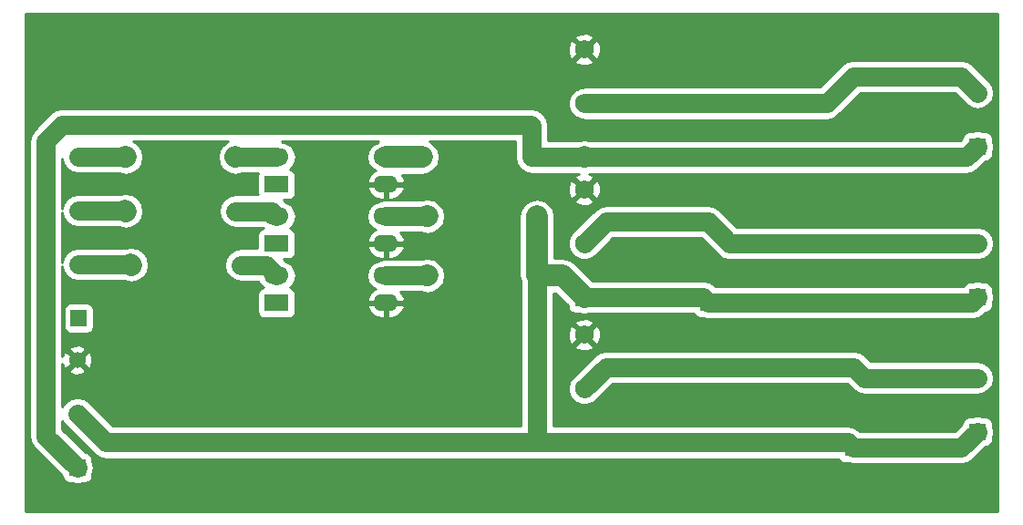
<source format=gbr>
G04 #@! TF.FileFunction,Copper,L1,Top,Signal*
%FSLAX46Y46*%
G04 Gerber Fmt 4.6, Leading zero omitted, Abs format (unit mm)*
G04 Created by KiCad (PCBNEW 4.0.7-e1-6374~58~ubuntu14.04.1) date Fri Aug 18 20:16:30 2017*
%MOMM*%
%LPD*%
G01*
G04 APERTURE LIST*
%ADD10C,0.100000*%
%ADD11C,1.524000*%
%ADD12R,1.562100X1.562100*%
%ADD13C,1.562100*%
%ADD14R,1.524000X1.524000*%
%ADD15R,1.750000X1.750000*%
%ADD16C,1.750000*%
%ADD17R,2.286000X1.574800*%
%ADD18O,2.286000X1.574800*%
%ADD19C,1.800000*%
%ADD20C,2.000000*%
%ADD21C,0.254000*%
G04 APERTURE END LIST*
D10*
D11*
X167580000Y-140500000D03*
X157420000Y-140500000D03*
X167580000Y-145500000D03*
X157420000Y-145500000D03*
X168080000Y-150500000D03*
X157920000Y-150500000D03*
X184920000Y-140500000D03*
X195080000Y-140500000D03*
X185420000Y-146000000D03*
X195580000Y-146000000D03*
X185420000Y-151500000D03*
X195580000Y-151500000D03*
D12*
X225000000Y-140493000D03*
D13*
X225000000Y-133000000D03*
D12*
X211500000Y-153993000D03*
D13*
X211500000Y-146500000D03*
D12*
X225000000Y-167493000D03*
D13*
X225000000Y-160000000D03*
D14*
X236500000Y-166000000D03*
D11*
X236500000Y-161000000D03*
D14*
X236500000Y-139500000D03*
D11*
X236500000Y-134500000D03*
D14*
X236500000Y-153500000D03*
D11*
X236500000Y-148500000D03*
D14*
X153035000Y-155455000D03*
D11*
X153035000Y-150455000D03*
X153035000Y-145455000D03*
X153035000Y-140455000D03*
D14*
X152908000Y-169338000D03*
D11*
X152908000Y-164338000D03*
X152908000Y-159338000D03*
D15*
X200000000Y-140500000D03*
D16*
X200000000Y-135500000D03*
X200000000Y-130500000D03*
D15*
X200000000Y-153500000D03*
D16*
X200000000Y-148500000D03*
X200000000Y-143500000D03*
D15*
X200000000Y-167000000D03*
D16*
X200000000Y-162000000D03*
X200000000Y-157000000D03*
D17*
X171420000Y-154020000D03*
D18*
X171420000Y-151480000D03*
X181580000Y-151480000D03*
X181580000Y-154020000D03*
D17*
X171420000Y-148520000D03*
D18*
X171420000Y-145980000D03*
X181580000Y-145980000D03*
X181580000Y-148520000D03*
D17*
X171420000Y-143020000D03*
D18*
X171420000Y-140480000D03*
X181580000Y-140480000D03*
X181580000Y-143020000D03*
D19*
X211500000Y-146500000D02*
X202000000Y-146500000D01*
X202000000Y-146500000D02*
X200000000Y-148500000D01*
X236500000Y-148500000D02*
X213500000Y-148500000D01*
X213500000Y-148500000D02*
X211500000Y-146500000D01*
X181580000Y-151480000D02*
X185400000Y-151480000D01*
D20*
X185400000Y-151480000D02*
X185420000Y-151500000D01*
D19*
X195580000Y-151500000D02*
X195580000Y-167000000D01*
X200000000Y-167000000D02*
X195580000Y-167000000D01*
X195580000Y-167000000D02*
X155570000Y-167000000D01*
X155570000Y-167000000D02*
X152908000Y-164338000D01*
X200000000Y-167000000D02*
X224507000Y-167000000D01*
X224507000Y-167000000D02*
X225000000Y-167493000D01*
X225000000Y-167493000D02*
X235007000Y-167493000D01*
X235007000Y-167493000D02*
X236500000Y-166000000D01*
X211500000Y-153993000D02*
X236007000Y-153993000D01*
X236007000Y-153993000D02*
X236500000Y-153500000D01*
X200000000Y-153500000D02*
X211007000Y-153500000D01*
X211007000Y-153500000D02*
X211500000Y-153993000D01*
D20*
X195580000Y-151500000D02*
X198000000Y-151500000D01*
X198000000Y-151500000D02*
X200000000Y-153500000D01*
X195580000Y-146000000D02*
X195580000Y-151500000D01*
D19*
X225000000Y-140493000D02*
X235507000Y-140493000D01*
X235507000Y-140493000D02*
X236500000Y-139500000D01*
X200000000Y-140500000D02*
X224993000Y-140500000D01*
X224993000Y-140500000D02*
X225000000Y-140493000D01*
X195080000Y-140500000D02*
X195080000Y-137580000D01*
X150000000Y-166430000D02*
X152908000Y-169338000D01*
X150000000Y-139000000D02*
X150000000Y-166430000D01*
X151500000Y-137500000D02*
X150000000Y-139000000D01*
X195000000Y-137500000D02*
X151500000Y-137500000D01*
X195080000Y-137580000D02*
X195000000Y-137500000D01*
X195080000Y-140500000D02*
X200000000Y-140500000D01*
D20*
X200007000Y-140493000D02*
X200000000Y-140500000D01*
D19*
X153035000Y-150455000D02*
X157875000Y-150455000D01*
D20*
X157875000Y-150455000D02*
X157920000Y-150500000D01*
D19*
X153035000Y-145455000D02*
X157375000Y-145455000D01*
D20*
X157375000Y-145455000D02*
X157420000Y-145500000D01*
D19*
X153035000Y-140455000D02*
X157375000Y-140455000D01*
D20*
X157375000Y-140455000D02*
X157420000Y-140500000D01*
D19*
X225000000Y-160000000D02*
X202000000Y-160000000D01*
X202000000Y-160000000D02*
X200000000Y-162000000D01*
X236500000Y-161000000D02*
X226000000Y-161000000D01*
X226000000Y-161000000D02*
X225000000Y-160000000D01*
X225000000Y-133000000D02*
X235000000Y-133000000D01*
X235000000Y-133000000D02*
X236500000Y-134500000D01*
X200000000Y-135500000D02*
X222500000Y-135500000D01*
X222500000Y-135500000D02*
X225000000Y-133000000D01*
X167580000Y-145500000D02*
X170940000Y-145500000D01*
X170940000Y-145500000D02*
X171420000Y-145980000D01*
X168080000Y-150500000D02*
X170440000Y-150500000D01*
X170440000Y-150500000D02*
X171420000Y-151480000D01*
X171420000Y-140480000D02*
X167600000Y-140480000D01*
D20*
X167600000Y-140480000D02*
X167580000Y-140500000D01*
X181580000Y-140480000D02*
X184900000Y-140480000D01*
X184900000Y-140480000D02*
X184920000Y-140500000D01*
D19*
X181580000Y-145980000D02*
X185400000Y-145980000D01*
D20*
X185400000Y-145980000D02*
X185420000Y-146000000D01*
D21*
G36*
X238373000Y-173373000D02*
X148127000Y-173373000D01*
X148127000Y-139000000D01*
X148465000Y-139000000D01*
X148465000Y-166430000D01*
X148581845Y-167017419D01*
X148914591Y-167515409D01*
X151498560Y-170099378D01*
X151498560Y-170100000D01*
X151542838Y-170335317D01*
X151681910Y-170551441D01*
X151894110Y-170696431D01*
X152146000Y-170747440D01*
X152307538Y-170747440D01*
X152320581Y-170756155D01*
X152908000Y-170873000D01*
X153495419Y-170756155D01*
X153508462Y-170747440D01*
X153670000Y-170747440D01*
X153905317Y-170703162D01*
X154121441Y-170564090D01*
X154266431Y-170351890D01*
X154317440Y-170100000D01*
X154317440Y-169938462D01*
X154326155Y-169925419D01*
X154443000Y-169338000D01*
X154326155Y-168750581D01*
X154317440Y-168737538D01*
X154317440Y-168576000D01*
X154273162Y-168340683D01*
X154134090Y-168124559D01*
X153921890Y-167979569D01*
X153670000Y-167928560D01*
X153669378Y-167928560D01*
X151535000Y-165794182D01*
X151535000Y-164992998D01*
X151822591Y-165423409D01*
X154484591Y-168085409D01*
X154982581Y-168418155D01*
X155570000Y-168535000D01*
X223632282Y-168535000D01*
X223754860Y-168725491D01*
X223967060Y-168870481D01*
X224218950Y-168921490D01*
X224464539Y-168921490D01*
X225000000Y-169028000D01*
X235007000Y-169028000D01*
X235594419Y-168911155D01*
X236092409Y-168578409D01*
X237261378Y-167409440D01*
X237262000Y-167409440D01*
X237497317Y-167365162D01*
X237713441Y-167226090D01*
X237858431Y-167013890D01*
X237909440Y-166762000D01*
X237909440Y-166600462D01*
X237918155Y-166587419D01*
X238035000Y-166000000D01*
X237918155Y-165412581D01*
X237909440Y-165399538D01*
X237909440Y-165238000D01*
X237865162Y-165002683D01*
X237726090Y-164786559D01*
X237513890Y-164641569D01*
X237262000Y-164590560D01*
X237100462Y-164590560D01*
X237087419Y-164581845D01*
X236500000Y-164465000D01*
X235912581Y-164581845D01*
X235899538Y-164590560D01*
X235738000Y-164590560D01*
X235502683Y-164634838D01*
X235286559Y-164773910D01*
X235141569Y-164986110D01*
X235090560Y-165238000D01*
X235090560Y-165238622D01*
X234371182Y-165958000D01*
X225635818Y-165958000D01*
X225592409Y-165914591D01*
X225094419Y-165581845D01*
X224507000Y-165465000D01*
X197115000Y-165465000D01*
X197115000Y-162000000D01*
X198465000Y-162000000D01*
X198489890Y-162125129D01*
X198489738Y-162299040D01*
X198556736Y-162461187D01*
X198581845Y-162587419D01*
X198652726Y-162693500D01*
X198719138Y-162854229D01*
X198843085Y-162978393D01*
X198914591Y-163085409D01*
X199020671Y-163156290D01*
X199143537Y-163279370D01*
X199305567Y-163346651D01*
X199412581Y-163418155D01*
X199537709Y-163443045D01*
X199698325Y-163509738D01*
X199873769Y-163509891D01*
X200000000Y-163535000D01*
X200125129Y-163510110D01*
X200299040Y-163510262D01*
X200461187Y-163443264D01*
X200587419Y-163418155D01*
X200693500Y-163347274D01*
X200854229Y-163280862D01*
X200978393Y-163156915D01*
X201085409Y-163085409D01*
X202635818Y-161535000D01*
X224364182Y-161535000D01*
X224914591Y-162085409D01*
X225412581Y-162418155D01*
X226000000Y-162535000D01*
X236500000Y-162535000D01*
X237087419Y-162418155D01*
X237585409Y-162085409D01*
X237918155Y-161587419D01*
X238035000Y-161000000D01*
X237918155Y-160412581D01*
X237585409Y-159914591D01*
X237087419Y-159581845D01*
X236500000Y-159465000D01*
X226635818Y-159465000D01*
X226085409Y-158914591D01*
X225587419Y-158581845D01*
X225000000Y-158465000D01*
X202000000Y-158465000D01*
X201412581Y-158581845D01*
X200914591Y-158914591D01*
X198914591Y-160914591D01*
X198843710Y-161020671D01*
X198720630Y-161143537D01*
X198653349Y-161305567D01*
X198581845Y-161412581D01*
X198556955Y-161537709D01*
X198490262Y-161698325D01*
X198490109Y-161873769D01*
X198465000Y-162000000D01*
X197115000Y-162000000D01*
X197115000Y-158062060D01*
X199117545Y-158062060D01*
X199200884Y-158315953D01*
X199765306Y-158521590D01*
X200365458Y-158495579D01*
X200799116Y-158315953D01*
X200882455Y-158062060D01*
X200000000Y-157179605D01*
X199117545Y-158062060D01*
X197115000Y-158062060D01*
X197115000Y-156765306D01*
X198478410Y-156765306D01*
X198504421Y-157365458D01*
X198684047Y-157799116D01*
X198937940Y-157882455D01*
X199820395Y-157000000D01*
X200179605Y-157000000D01*
X201062060Y-157882455D01*
X201315953Y-157799116D01*
X201521590Y-157234694D01*
X201495579Y-156634542D01*
X201315953Y-156200884D01*
X201062060Y-156117545D01*
X200179605Y-157000000D01*
X199820395Y-157000000D01*
X198937940Y-156117545D01*
X198684047Y-156200884D01*
X198478410Y-156765306D01*
X197115000Y-156765306D01*
X197115000Y-155937940D01*
X199117545Y-155937940D01*
X200000000Y-156820395D01*
X200882455Y-155937940D01*
X200799116Y-155684047D01*
X200234694Y-155478410D01*
X199634542Y-155504421D01*
X199200884Y-155684047D01*
X199117545Y-155937940D01*
X197115000Y-155937940D01*
X197115000Y-153135000D01*
X197322760Y-153135000D01*
X198477560Y-154289799D01*
X198477560Y-154375000D01*
X198521838Y-154610317D01*
X198660910Y-154826441D01*
X198873110Y-154971431D01*
X199125000Y-155022440D01*
X199434122Y-155022440D01*
X200000000Y-155135000D01*
X200502734Y-155035000D01*
X210132282Y-155035000D01*
X210254860Y-155225491D01*
X210467060Y-155370481D01*
X210718950Y-155421490D01*
X210964539Y-155421490D01*
X211500000Y-155528000D01*
X236007000Y-155528000D01*
X236594419Y-155411155D01*
X237092409Y-155078409D01*
X237261378Y-154909440D01*
X237262000Y-154909440D01*
X237497317Y-154865162D01*
X237713441Y-154726090D01*
X237858431Y-154513890D01*
X237909440Y-154262000D01*
X237909440Y-154100462D01*
X237918155Y-154087419D01*
X238035000Y-153500000D01*
X237918155Y-152912581D01*
X237909440Y-152899538D01*
X237909440Y-152738000D01*
X237865162Y-152502683D01*
X237726090Y-152286559D01*
X237513890Y-152141569D01*
X237262000Y-152090560D01*
X237100462Y-152090560D01*
X237087419Y-152081845D01*
X236500000Y-151965000D01*
X235912581Y-152081845D01*
X235899538Y-152090560D01*
X235738000Y-152090560D01*
X235502683Y-152134838D01*
X235286559Y-152273910D01*
X235160776Y-152458000D01*
X212135818Y-152458000D01*
X212092409Y-152414591D01*
X211594419Y-152081845D01*
X211007000Y-151965000D01*
X200777239Y-151965000D01*
X199156120Y-150343880D01*
X198625688Y-149989457D01*
X198000000Y-149864999D01*
X197999995Y-149865000D01*
X197215000Y-149865000D01*
X197215000Y-148500000D01*
X198465000Y-148500000D01*
X198489890Y-148625129D01*
X198489738Y-148799040D01*
X198556736Y-148961187D01*
X198581845Y-149087419D01*
X198652726Y-149193500D01*
X198719138Y-149354229D01*
X198843085Y-149478393D01*
X198914591Y-149585409D01*
X199020671Y-149656290D01*
X199143537Y-149779370D01*
X199305567Y-149846651D01*
X199412581Y-149918155D01*
X199537709Y-149943045D01*
X199698325Y-150009738D01*
X199873769Y-150009891D01*
X200000000Y-150035000D01*
X200125129Y-150010110D01*
X200299040Y-150010262D01*
X200461187Y-149943264D01*
X200587419Y-149918155D01*
X200693500Y-149847274D01*
X200854229Y-149780862D01*
X200978393Y-149656915D01*
X201085409Y-149585409D01*
X202635818Y-148035000D01*
X210864182Y-148035000D01*
X212414591Y-149585409D01*
X212912581Y-149918155D01*
X213500000Y-150035000D01*
X236500000Y-150035000D01*
X237087419Y-149918155D01*
X237585409Y-149585409D01*
X237918155Y-149087419D01*
X238035000Y-148500000D01*
X237918155Y-147912581D01*
X237585409Y-147414591D01*
X237087419Y-147081845D01*
X236500000Y-146965000D01*
X214135818Y-146965000D01*
X212585409Y-145414591D01*
X212087419Y-145081845D01*
X211500000Y-144965000D01*
X202000000Y-144965000D01*
X201412581Y-145081845D01*
X200914591Y-145414591D01*
X198914591Y-147414591D01*
X198843710Y-147520671D01*
X198720630Y-147643537D01*
X198653349Y-147805567D01*
X198581845Y-147912581D01*
X198556955Y-148037709D01*
X198490262Y-148198325D01*
X198490109Y-148373769D01*
X198465000Y-148500000D01*
X197215000Y-148500000D01*
X197215000Y-146000000D01*
X197090543Y-145374313D01*
X196736120Y-144843880D01*
X196314346Y-144562060D01*
X199117545Y-144562060D01*
X199200884Y-144815953D01*
X199765306Y-145021590D01*
X200365458Y-144995579D01*
X200799116Y-144815953D01*
X200882455Y-144562060D01*
X200000000Y-143679605D01*
X199117545Y-144562060D01*
X196314346Y-144562060D01*
X196205687Y-144489457D01*
X195580000Y-144365000D01*
X194954313Y-144489457D01*
X194423880Y-144843880D01*
X194069457Y-145374313D01*
X193945000Y-146000000D01*
X193945000Y-151500000D01*
X194045000Y-152002733D01*
X194045000Y-165465000D01*
X156205818Y-165465000D01*
X153993409Y-163252591D01*
X153495419Y-162919845D01*
X152908000Y-162803000D01*
X152320581Y-162919845D01*
X151822591Y-163252591D01*
X151535000Y-163683002D01*
X151535000Y-160318213D01*
X152107392Y-160318213D01*
X152176857Y-160560397D01*
X152700302Y-160747144D01*
X153255368Y-160719362D01*
X153639143Y-160560397D01*
X153708608Y-160318213D01*
X152908000Y-159517605D01*
X152107392Y-160318213D01*
X151535000Y-160318213D01*
X151535000Y-159705556D01*
X151685603Y-160069143D01*
X151927787Y-160138608D01*
X152728395Y-159338000D01*
X153087605Y-159338000D01*
X153888213Y-160138608D01*
X154130397Y-160069143D01*
X154317144Y-159545698D01*
X154289362Y-158990632D01*
X154130397Y-158606857D01*
X153888213Y-158537392D01*
X153087605Y-159338000D01*
X152728395Y-159338000D01*
X151927787Y-158537392D01*
X151685603Y-158606857D01*
X151535000Y-159028992D01*
X151535000Y-158357787D01*
X152107392Y-158357787D01*
X152908000Y-159158395D01*
X153708608Y-158357787D01*
X153639143Y-158115603D01*
X153115698Y-157928856D01*
X152560632Y-157956638D01*
X152176857Y-158115603D01*
X152107392Y-158357787D01*
X151535000Y-158357787D01*
X151535000Y-154693000D01*
X151625560Y-154693000D01*
X151625560Y-156217000D01*
X151669838Y-156452317D01*
X151808910Y-156668441D01*
X152021110Y-156813431D01*
X152273000Y-156864440D01*
X153797000Y-156864440D01*
X154032317Y-156820162D01*
X154248441Y-156681090D01*
X154393431Y-156468890D01*
X154444440Y-156217000D01*
X154444440Y-154693000D01*
X154400162Y-154457683D01*
X154261090Y-154241559D01*
X154048890Y-154096569D01*
X153797000Y-154045560D01*
X152273000Y-154045560D01*
X152037683Y-154089838D01*
X151821559Y-154228910D01*
X151676569Y-154441110D01*
X151625560Y-154693000D01*
X151535000Y-154693000D01*
X151535000Y-150630957D01*
X151616845Y-151042419D01*
X151949591Y-151540409D01*
X152447581Y-151873155D01*
X153035000Y-151990000D01*
X157263568Y-151990000D01*
X157294313Y-152010543D01*
X157920000Y-152135001D01*
X158545688Y-152010543D01*
X159076120Y-151656120D01*
X159430543Y-151125688D01*
X159555001Y-150500000D01*
X159430543Y-149874313D01*
X159076120Y-149343881D01*
X159031120Y-149298880D01*
X158500688Y-148944457D01*
X157875000Y-148819999D01*
X157372265Y-148920000D01*
X153035000Y-148920000D01*
X152447581Y-149036845D01*
X151949591Y-149369591D01*
X151616845Y-149867581D01*
X151535000Y-150279043D01*
X151535000Y-145630957D01*
X151616845Y-146042419D01*
X151949591Y-146540409D01*
X152447581Y-146873155D01*
X153035000Y-146990000D01*
X156763568Y-146990000D01*
X156794313Y-147010543D01*
X157420000Y-147135001D01*
X158045688Y-147010543D01*
X158576120Y-146656120D01*
X158930543Y-146125688D01*
X159055001Y-145500000D01*
X158930543Y-144874313D01*
X158576120Y-144343881D01*
X158531120Y-144298880D01*
X158000688Y-143944457D01*
X157375000Y-143819999D01*
X156872265Y-143920000D01*
X153035000Y-143920000D01*
X152447581Y-144036845D01*
X151949591Y-144369591D01*
X151616845Y-144867581D01*
X151535000Y-145279043D01*
X151535000Y-140630957D01*
X151616845Y-141042419D01*
X151949591Y-141540409D01*
X152447581Y-141873155D01*
X153035000Y-141990000D01*
X156763568Y-141990000D01*
X156794313Y-142010543D01*
X157420000Y-142135001D01*
X158045688Y-142010543D01*
X158576120Y-141656120D01*
X158930543Y-141125688D01*
X159055001Y-140500000D01*
X158930543Y-139874313D01*
X158576120Y-139343881D01*
X158531120Y-139298880D01*
X158136195Y-139035000D01*
X166876220Y-139035000D01*
X166443880Y-139323881D01*
X166423880Y-139343880D01*
X166069457Y-139874312D01*
X165944999Y-140500000D01*
X166069457Y-141125688D01*
X166423880Y-141656120D01*
X166954312Y-142010543D01*
X167580000Y-142135001D01*
X168183281Y-142015000D01*
X169673625Y-142015000D01*
X169629560Y-142232600D01*
X169629560Y-143807400D01*
X169659215Y-143965000D01*
X167580000Y-143965000D01*
X166992581Y-144081845D01*
X166494591Y-144414591D01*
X166161845Y-144912581D01*
X166045000Y-145500000D01*
X166161845Y-146087419D01*
X166494591Y-146585409D01*
X166992581Y-146918155D01*
X167580000Y-147035000D01*
X170097428Y-147035000D01*
X170195460Y-147100503D01*
X170041683Y-147129438D01*
X169825559Y-147268510D01*
X169680569Y-147480710D01*
X169629560Y-147732600D01*
X169629560Y-148965000D01*
X168080000Y-148965000D01*
X167492581Y-149081845D01*
X166994591Y-149414591D01*
X166661845Y-149912581D01*
X166545000Y-150500000D01*
X166661845Y-151087419D01*
X166994591Y-151585409D01*
X167492581Y-151918155D01*
X168080000Y-152035000D01*
X169722571Y-152035000D01*
X170023778Y-152485789D01*
X170195460Y-152600503D01*
X170041683Y-152629438D01*
X169825559Y-152768510D01*
X169680569Y-152980710D01*
X169629560Y-153232600D01*
X169629560Y-154807400D01*
X169673838Y-155042717D01*
X169812910Y-155258841D01*
X170025110Y-155403831D01*
X170277000Y-155454840D01*
X172563000Y-155454840D01*
X172798317Y-155410562D01*
X173014441Y-155271490D01*
X173159431Y-155059290D01*
X173210440Y-154807400D01*
X173210440Y-154367060D01*
X179844990Y-154367060D01*
X179861673Y-154446996D01*
X180128809Y-154935986D01*
X180562738Y-155285525D01*
X181097400Y-155442400D01*
X181453000Y-155442400D01*
X181453000Y-154147000D01*
X181707000Y-154147000D01*
X181707000Y-155442400D01*
X182062600Y-155442400D01*
X182597262Y-155285525D01*
X183031191Y-154935986D01*
X183298327Y-154446996D01*
X183315010Y-154367060D01*
X183192852Y-154147000D01*
X181707000Y-154147000D01*
X181453000Y-154147000D01*
X179967148Y-154147000D01*
X179844990Y-154367060D01*
X173210440Y-154367060D01*
X173210440Y-153232600D01*
X173166162Y-152997283D01*
X173027090Y-152781159D01*
X172814890Y-152636169D01*
X172643197Y-152601400D01*
X172816222Y-152485789D01*
X173124559Y-152024329D01*
X173232833Y-151480000D01*
X179767167Y-151480000D01*
X179875441Y-152024329D01*
X180183778Y-152485789D01*
X180578830Y-152749754D01*
X180562738Y-152754475D01*
X180128809Y-153104014D01*
X179861673Y-153593004D01*
X179844990Y-153672940D01*
X179967148Y-153893000D01*
X181453000Y-153893000D01*
X181453000Y-153873000D01*
X181707000Y-153873000D01*
X181707000Y-153893000D01*
X183192852Y-153893000D01*
X183315010Y-153672940D01*
X183298327Y-153593004D01*
X183031191Y-153104014D01*
X182920686Y-153015000D01*
X184816719Y-153015000D01*
X185420000Y-153135000D01*
X186045687Y-153010543D01*
X186576119Y-152656119D01*
X186930543Y-152125687D01*
X187055000Y-151500000D01*
X186930543Y-150874312D01*
X186576119Y-150343880D01*
X186556120Y-150323880D01*
X186025688Y-149969457D01*
X185400000Y-149844999D01*
X184897265Y-149945000D01*
X181580000Y-149945000D01*
X180992581Y-150061845D01*
X180918128Y-150111593D01*
X180645238Y-150165874D01*
X180183778Y-150474211D01*
X179875441Y-150935671D01*
X179767167Y-151480000D01*
X173232833Y-151480000D01*
X173124559Y-150935671D01*
X172816222Y-150474211D01*
X172354762Y-150165874D01*
X172257307Y-150146489D01*
X172065658Y-149954840D01*
X172563000Y-149954840D01*
X172798317Y-149910562D01*
X173014441Y-149771490D01*
X173159431Y-149559290D01*
X173210440Y-149307400D01*
X173210440Y-148867060D01*
X179844990Y-148867060D01*
X179861673Y-148946996D01*
X180128809Y-149435986D01*
X180562738Y-149785525D01*
X181097400Y-149942400D01*
X181453000Y-149942400D01*
X181453000Y-148647000D01*
X181707000Y-148647000D01*
X181707000Y-149942400D01*
X182062600Y-149942400D01*
X182597262Y-149785525D01*
X183031191Y-149435986D01*
X183298327Y-148946996D01*
X183315010Y-148867060D01*
X183192852Y-148647000D01*
X181707000Y-148647000D01*
X181453000Y-148647000D01*
X179967148Y-148647000D01*
X179844990Y-148867060D01*
X173210440Y-148867060D01*
X173210440Y-147732600D01*
X173166162Y-147497283D01*
X173027090Y-147281159D01*
X172814890Y-147136169D01*
X172643197Y-147101400D01*
X172816222Y-146985789D01*
X173124559Y-146524329D01*
X173232833Y-145980000D01*
X179767167Y-145980000D01*
X179875441Y-146524329D01*
X180183778Y-146985789D01*
X180578830Y-147249754D01*
X180562738Y-147254475D01*
X180128809Y-147604014D01*
X179861673Y-148093004D01*
X179844990Y-148172940D01*
X179967148Y-148393000D01*
X181453000Y-148393000D01*
X181453000Y-148373000D01*
X181707000Y-148373000D01*
X181707000Y-148393000D01*
X183192852Y-148393000D01*
X183315010Y-148172940D01*
X183298327Y-148093004D01*
X183031191Y-147604014D01*
X182920686Y-147515000D01*
X184816719Y-147515000D01*
X185420000Y-147635000D01*
X186045687Y-147510543D01*
X186576119Y-147156119D01*
X186930543Y-146625687D01*
X187055000Y-146000000D01*
X186930543Y-145374312D01*
X186576119Y-144843880D01*
X186556120Y-144823880D01*
X186025688Y-144469457D01*
X185400000Y-144344999D01*
X184897265Y-144445000D01*
X181580000Y-144445000D01*
X180992581Y-144561845D01*
X180918128Y-144611593D01*
X180645238Y-144665874D01*
X180183778Y-144974211D01*
X179875441Y-145435671D01*
X179767167Y-145980000D01*
X173232833Y-145980000D01*
X173124559Y-145435671D01*
X172816222Y-144974211D01*
X172354762Y-144665874D01*
X172257307Y-144646489D01*
X172065658Y-144454840D01*
X172563000Y-144454840D01*
X172798317Y-144410562D01*
X173014441Y-144271490D01*
X173159431Y-144059290D01*
X173210440Y-143807400D01*
X173210440Y-143367060D01*
X179844990Y-143367060D01*
X179861673Y-143446996D01*
X180128809Y-143935986D01*
X180562738Y-144285525D01*
X181097400Y-144442400D01*
X181453000Y-144442400D01*
X181453000Y-143147000D01*
X181707000Y-143147000D01*
X181707000Y-144442400D01*
X182062600Y-144442400D01*
X182597262Y-144285525D01*
X183031191Y-143935986D01*
X183298327Y-143446996D01*
X183315010Y-143367060D01*
X183258526Y-143265306D01*
X198478410Y-143265306D01*
X198504421Y-143865458D01*
X198684047Y-144299116D01*
X198937940Y-144382455D01*
X199820395Y-143500000D01*
X200179605Y-143500000D01*
X201062060Y-144382455D01*
X201315953Y-144299116D01*
X201521590Y-143734694D01*
X201495579Y-143134542D01*
X201315953Y-142700884D01*
X201062060Y-142617545D01*
X200179605Y-143500000D01*
X199820395Y-143500000D01*
X198937940Y-142617545D01*
X198684047Y-142700884D01*
X198478410Y-143265306D01*
X183258526Y-143265306D01*
X183192852Y-143147000D01*
X181707000Y-143147000D01*
X181453000Y-143147000D01*
X179967148Y-143147000D01*
X179844990Y-143367060D01*
X173210440Y-143367060D01*
X173210440Y-142232600D01*
X173166162Y-141997283D01*
X173027090Y-141781159D01*
X172814890Y-141636169D01*
X172643197Y-141601400D01*
X172816222Y-141485789D01*
X173124559Y-141024329D01*
X173232833Y-140480000D01*
X173124559Y-139935671D01*
X172816222Y-139474211D01*
X172354762Y-139165874D01*
X172081872Y-139111593D01*
X172007419Y-139061845D01*
X171872460Y-139035000D01*
X180856221Y-139035000D01*
X180666760Y-139161593D01*
X180645238Y-139165874D01*
X180183778Y-139474211D01*
X179875441Y-139935671D01*
X179767167Y-140480000D01*
X179875441Y-141024329D01*
X180183778Y-141485789D01*
X180578830Y-141749754D01*
X180562738Y-141754475D01*
X180128809Y-142104014D01*
X179861673Y-142593004D01*
X179844990Y-142672940D01*
X179967148Y-142893000D01*
X181453000Y-142893000D01*
X181453000Y-142873000D01*
X181707000Y-142873000D01*
X181707000Y-142893000D01*
X183192852Y-142893000D01*
X183315010Y-142672940D01*
X183298327Y-142593004D01*
X183037193Y-142115000D01*
X184819453Y-142115000D01*
X184920000Y-142135000D01*
X185545687Y-142010543D01*
X186076119Y-141656119D01*
X186430543Y-141125687D01*
X186555000Y-140500000D01*
X186430543Y-139874312D01*
X186076119Y-139343880D01*
X186056120Y-139323880D01*
X185623780Y-139035000D01*
X193545000Y-139035000D01*
X193545000Y-140500000D01*
X193661845Y-141087419D01*
X193994591Y-141585409D01*
X194492581Y-141918155D01*
X195080000Y-142035000D01*
X199497265Y-142035000D01*
X199540132Y-142043527D01*
X199200884Y-142184047D01*
X199117545Y-142437940D01*
X200000000Y-143320395D01*
X200882455Y-142437940D01*
X200799116Y-142184047D01*
X200429826Y-142049503D01*
X200502735Y-142035000D01*
X224993000Y-142035000D01*
X225028191Y-142028000D01*
X235507000Y-142028000D01*
X236094419Y-141911155D01*
X236592409Y-141578409D01*
X237261378Y-140909440D01*
X237262000Y-140909440D01*
X237497317Y-140865162D01*
X237713441Y-140726090D01*
X237858431Y-140513890D01*
X237909440Y-140262000D01*
X237909440Y-140100462D01*
X237918155Y-140087419D01*
X238035000Y-139500000D01*
X237918155Y-138912581D01*
X237909440Y-138899538D01*
X237909440Y-138738000D01*
X237865162Y-138502683D01*
X237726090Y-138286559D01*
X237513890Y-138141569D01*
X237262000Y-138090560D01*
X237100462Y-138090560D01*
X237087419Y-138081845D01*
X236500000Y-137965000D01*
X235912581Y-138081845D01*
X235899538Y-138090560D01*
X235738000Y-138090560D01*
X235502683Y-138134838D01*
X235286559Y-138273910D01*
X235141569Y-138486110D01*
X235090560Y-138738000D01*
X235090560Y-138738622D01*
X234871182Y-138958000D01*
X225000000Y-138958000D01*
X224964809Y-138965000D01*
X200544920Y-138965000D01*
X200007000Y-138858000D01*
X199469079Y-138965000D01*
X196615000Y-138965000D01*
X196615000Y-137580000D01*
X196498155Y-136992581D01*
X196165409Y-136494591D01*
X196085409Y-136414591D01*
X195587419Y-136081845D01*
X195000000Y-135965000D01*
X151500000Y-135965000D01*
X150912581Y-136081845D01*
X150414591Y-136414591D01*
X148914591Y-137914591D01*
X148581845Y-138412581D01*
X148465000Y-139000000D01*
X148127000Y-139000000D01*
X148127000Y-135500000D01*
X198465000Y-135500000D01*
X198489890Y-135625129D01*
X198489738Y-135799040D01*
X198556736Y-135961187D01*
X198581845Y-136087419D01*
X198652726Y-136193500D01*
X198719138Y-136354229D01*
X198843085Y-136478393D01*
X198914591Y-136585409D01*
X199020671Y-136656290D01*
X199143537Y-136779370D01*
X199305567Y-136846651D01*
X199412581Y-136918155D01*
X199537709Y-136943045D01*
X199698325Y-137009738D01*
X199873769Y-137009891D01*
X200000000Y-137035000D01*
X222500000Y-137035000D01*
X223087419Y-136918155D01*
X223585409Y-136585409D01*
X225635818Y-134535000D01*
X234364182Y-134535000D01*
X235414591Y-135585409D01*
X235912581Y-135918155D01*
X236500000Y-136035000D01*
X237087419Y-135918155D01*
X237585409Y-135585409D01*
X237918155Y-135087419D01*
X238035000Y-134500000D01*
X237918155Y-133912581D01*
X237585409Y-133414591D01*
X236085409Y-131914591D01*
X235587419Y-131581845D01*
X235000000Y-131465000D01*
X225000000Y-131465000D01*
X224412581Y-131581845D01*
X223914591Y-131914591D01*
X221864182Y-133965000D01*
X200000000Y-133965000D01*
X199874871Y-133989890D01*
X199700960Y-133989738D01*
X199538813Y-134056736D01*
X199412581Y-134081845D01*
X199306500Y-134152726D01*
X199145771Y-134219138D01*
X199021607Y-134343085D01*
X198914591Y-134414591D01*
X198843710Y-134520671D01*
X198720630Y-134643537D01*
X198653349Y-134805567D01*
X198581845Y-134912581D01*
X198556955Y-135037709D01*
X198490262Y-135198325D01*
X198490109Y-135373769D01*
X198465000Y-135500000D01*
X148127000Y-135500000D01*
X148127000Y-131562060D01*
X199117545Y-131562060D01*
X199200884Y-131815953D01*
X199765306Y-132021590D01*
X200365458Y-131995579D01*
X200799116Y-131815953D01*
X200882455Y-131562060D01*
X200000000Y-130679605D01*
X199117545Y-131562060D01*
X148127000Y-131562060D01*
X148127000Y-130265306D01*
X198478410Y-130265306D01*
X198504421Y-130865458D01*
X198684047Y-131299116D01*
X198937940Y-131382455D01*
X199820395Y-130500000D01*
X200179605Y-130500000D01*
X201062060Y-131382455D01*
X201315953Y-131299116D01*
X201521590Y-130734694D01*
X201495579Y-130134542D01*
X201315953Y-129700884D01*
X201062060Y-129617545D01*
X200179605Y-130500000D01*
X199820395Y-130500000D01*
X198937940Y-129617545D01*
X198684047Y-129700884D01*
X198478410Y-130265306D01*
X148127000Y-130265306D01*
X148127000Y-129437940D01*
X199117545Y-129437940D01*
X200000000Y-130320395D01*
X200882455Y-129437940D01*
X200799116Y-129184047D01*
X200234694Y-128978410D01*
X199634542Y-129004421D01*
X199200884Y-129184047D01*
X199117545Y-129437940D01*
X148127000Y-129437940D01*
X148127000Y-127127000D01*
X238373000Y-127127000D01*
X238373000Y-173373000D01*
X238373000Y-173373000D01*
G37*
X238373000Y-173373000D02*
X148127000Y-173373000D01*
X148127000Y-139000000D01*
X148465000Y-139000000D01*
X148465000Y-166430000D01*
X148581845Y-167017419D01*
X148914591Y-167515409D01*
X151498560Y-170099378D01*
X151498560Y-170100000D01*
X151542838Y-170335317D01*
X151681910Y-170551441D01*
X151894110Y-170696431D01*
X152146000Y-170747440D01*
X152307538Y-170747440D01*
X152320581Y-170756155D01*
X152908000Y-170873000D01*
X153495419Y-170756155D01*
X153508462Y-170747440D01*
X153670000Y-170747440D01*
X153905317Y-170703162D01*
X154121441Y-170564090D01*
X154266431Y-170351890D01*
X154317440Y-170100000D01*
X154317440Y-169938462D01*
X154326155Y-169925419D01*
X154443000Y-169338000D01*
X154326155Y-168750581D01*
X154317440Y-168737538D01*
X154317440Y-168576000D01*
X154273162Y-168340683D01*
X154134090Y-168124559D01*
X153921890Y-167979569D01*
X153670000Y-167928560D01*
X153669378Y-167928560D01*
X151535000Y-165794182D01*
X151535000Y-164992998D01*
X151822591Y-165423409D01*
X154484591Y-168085409D01*
X154982581Y-168418155D01*
X155570000Y-168535000D01*
X223632282Y-168535000D01*
X223754860Y-168725491D01*
X223967060Y-168870481D01*
X224218950Y-168921490D01*
X224464539Y-168921490D01*
X225000000Y-169028000D01*
X235007000Y-169028000D01*
X235594419Y-168911155D01*
X236092409Y-168578409D01*
X237261378Y-167409440D01*
X237262000Y-167409440D01*
X237497317Y-167365162D01*
X237713441Y-167226090D01*
X237858431Y-167013890D01*
X237909440Y-166762000D01*
X237909440Y-166600462D01*
X237918155Y-166587419D01*
X238035000Y-166000000D01*
X237918155Y-165412581D01*
X237909440Y-165399538D01*
X237909440Y-165238000D01*
X237865162Y-165002683D01*
X237726090Y-164786559D01*
X237513890Y-164641569D01*
X237262000Y-164590560D01*
X237100462Y-164590560D01*
X237087419Y-164581845D01*
X236500000Y-164465000D01*
X235912581Y-164581845D01*
X235899538Y-164590560D01*
X235738000Y-164590560D01*
X235502683Y-164634838D01*
X235286559Y-164773910D01*
X235141569Y-164986110D01*
X235090560Y-165238000D01*
X235090560Y-165238622D01*
X234371182Y-165958000D01*
X225635818Y-165958000D01*
X225592409Y-165914591D01*
X225094419Y-165581845D01*
X224507000Y-165465000D01*
X197115000Y-165465000D01*
X197115000Y-162000000D01*
X198465000Y-162000000D01*
X198489890Y-162125129D01*
X198489738Y-162299040D01*
X198556736Y-162461187D01*
X198581845Y-162587419D01*
X198652726Y-162693500D01*
X198719138Y-162854229D01*
X198843085Y-162978393D01*
X198914591Y-163085409D01*
X199020671Y-163156290D01*
X199143537Y-163279370D01*
X199305567Y-163346651D01*
X199412581Y-163418155D01*
X199537709Y-163443045D01*
X199698325Y-163509738D01*
X199873769Y-163509891D01*
X200000000Y-163535000D01*
X200125129Y-163510110D01*
X200299040Y-163510262D01*
X200461187Y-163443264D01*
X200587419Y-163418155D01*
X200693500Y-163347274D01*
X200854229Y-163280862D01*
X200978393Y-163156915D01*
X201085409Y-163085409D01*
X202635818Y-161535000D01*
X224364182Y-161535000D01*
X224914591Y-162085409D01*
X225412581Y-162418155D01*
X226000000Y-162535000D01*
X236500000Y-162535000D01*
X237087419Y-162418155D01*
X237585409Y-162085409D01*
X237918155Y-161587419D01*
X238035000Y-161000000D01*
X237918155Y-160412581D01*
X237585409Y-159914591D01*
X237087419Y-159581845D01*
X236500000Y-159465000D01*
X226635818Y-159465000D01*
X226085409Y-158914591D01*
X225587419Y-158581845D01*
X225000000Y-158465000D01*
X202000000Y-158465000D01*
X201412581Y-158581845D01*
X200914591Y-158914591D01*
X198914591Y-160914591D01*
X198843710Y-161020671D01*
X198720630Y-161143537D01*
X198653349Y-161305567D01*
X198581845Y-161412581D01*
X198556955Y-161537709D01*
X198490262Y-161698325D01*
X198490109Y-161873769D01*
X198465000Y-162000000D01*
X197115000Y-162000000D01*
X197115000Y-158062060D01*
X199117545Y-158062060D01*
X199200884Y-158315953D01*
X199765306Y-158521590D01*
X200365458Y-158495579D01*
X200799116Y-158315953D01*
X200882455Y-158062060D01*
X200000000Y-157179605D01*
X199117545Y-158062060D01*
X197115000Y-158062060D01*
X197115000Y-156765306D01*
X198478410Y-156765306D01*
X198504421Y-157365458D01*
X198684047Y-157799116D01*
X198937940Y-157882455D01*
X199820395Y-157000000D01*
X200179605Y-157000000D01*
X201062060Y-157882455D01*
X201315953Y-157799116D01*
X201521590Y-157234694D01*
X201495579Y-156634542D01*
X201315953Y-156200884D01*
X201062060Y-156117545D01*
X200179605Y-157000000D01*
X199820395Y-157000000D01*
X198937940Y-156117545D01*
X198684047Y-156200884D01*
X198478410Y-156765306D01*
X197115000Y-156765306D01*
X197115000Y-155937940D01*
X199117545Y-155937940D01*
X200000000Y-156820395D01*
X200882455Y-155937940D01*
X200799116Y-155684047D01*
X200234694Y-155478410D01*
X199634542Y-155504421D01*
X199200884Y-155684047D01*
X199117545Y-155937940D01*
X197115000Y-155937940D01*
X197115000Y-153135000D01*
X197322760Y-153135000D01*
X198477560Y-154289799D01*
X198477560Y-154375000D01*
X198521838Y-154610317D01*
X198660910Y-154826441D01*
X198873110Y-154971431D01*
X199125000Y-155022440D01*
X199434122Y-155022440D01*
X200000000Y-155135000D01*
X200502734Y-155035000D01*
X210132282Y-155035000D01*
X210254860Y-155225491D01*
X210467060Y-155370481D01*
X210718950Y-155421490D01*
X210964539Y-155421490D01*
X211500000Y-155528000D01*
X236007000Y-155528000D01*
X236594419Y-155411155D01*
X237092409Y-155078409D01*
X237261378Y-154909440D01*
X237262000Y-154909440D01*
X237497317Y-154865162D01*
X237713441Y-154726090D01*
X237858431Y-154513890D01*
X237909440Y-154262000D01*
X237909440Y-154100462D01*
X237918155Y-154087419D01*
X238035000Y-153500000D01*
X237918155Y-152912581D01*
X237909440Y-152899538D01*
X237909440Y-152738000D01*
X237865162Y-152502683D01*
X237726090Y-152286559D01*
X237513890Y-152141569D01*
X237262000Y-152090560D01*
X237100462Y-152090560D01*
X237087419Y-152081845D01*
X236500000Y-151965000D01*
X235912581Y-152081845D01*
X235899538Y-152090560D01*
X235738000Y-152090560D01*
X235502683Y-152134838D01*
X235286559Y-152273910D01*
X235160776Y-152458000D01*
X212135818Y-152458000D01*
X212092409Y-152414591D01*
X211594419Y-152081845D01*
X211007000Y-151965000D01*
X200777239Y-151965000D01*
X199156120Y-150343880D01*
X198625688Y-149989457D01*
X198000000Y-149864999D01*
X197999995Y-149865000D01*
X197215000Y-149865000D01*
X197215000Y-148500000D01*
X198465000Y-148500000D01*
X198489890Y-148625129D01*
X198489738Y-148799040D01*
X198556736Y-148961187D01*
X198581845Y-149087419D01*
X198652726Y-149193500D01*
X198719138Y-149354229D01*
X198843085Y-149478393D01*
X198914591Y-149585409D01*
X199020671Y-149656290D01*
X199143537Y-149779370D01*
X199305567Y-149846651D01*
X199412581Y-149918155D01*
X199537709Y-149943045D01*
X199698325Y-150009738D01*
X199873769Y-150009891D01*
X200000000Y-150035000D01*
X200125129Y-150010110D01*
X200299040Y-150010262D01*
X200461187Y-149943264D01*
X200587419Y-149918155D01*
X200693500Y-149847274D01*
X200854229Y-149780862D01*
X200978393Y-149656915D01*
X201085409Y-149585409D01*
X202635818Y-148035000D01*
X210864182Y-148035000D01*
X212414591Y-149585409D01*
X212912581Y-149918155D01*
X213500000Y-150035000D01*
X236500000Y-150035000D01*
X237087419Y-149918155D01*
X237585409Y-149585409D01*
X237918155Y-149087419D01*
X238035000Y-148500000D01*
X237918155Y-147912581D01*
X237585409Y-147414591D01*
X237087419Y-147081845D01*
X236500000Y-146965000D01*
X214135818Y-146965000D01*
X212585409Y-145414591D01*
X212087419Y-145081845D01*
X211500000Y-144965000D01*
X202000000Y-144965000D01*
X201412581Y-145081845D01*
X200914591Y-145414591D01*
X198914591Y-147414591D01*
X198843710Y-147520671D01*
X198720630Y-147643537D01*
X198653349Y-147805567D01*
X198581845Y-147912581D01*
X198556955Y-148037709D01*
X198490262Y-148198325D01*
X198490109Y-148373769D01*
X198465000Y-148500000D01*
X197215000Y-148500000D01*
X197215000Y-146000000D01*
X197090543Y-145374313D01*
X196736120Y-144843880D01*
X196314346Y-144562060D01*
X199117545Y-144562060D01*
X199200884Y-144815953D01*
X199765306Y-145021590D01*
X200365458Y-144995579D01*
X200799116Y-144815953D01*
X200882455Y-144562060D01*
X200000000Y-143679605D01*
X199117545Y-144562060D01*
X196314346Y-144562060D01*
X196205687Y-144489457D01*
X195580000Y-144365000D01*
X194954313Y-144489457D01*
X194423880Y-144843880D01*
X194069457Y-145374313D01*
X193945000Y-146000000D01*
X193945000Y-151500000D01*
X194045000Y-152002733D01*
X194045000Y-165465000D01*
X156205818Y-165465000D01*
X153993409Y-163252591D01*
X153495419Y-162919845D01*
X152908000Y-162803000D01*
X152320581Y-162919845D01*
X151822591Y-163252591D01*
X151535000Y-163683002D01*
X151535000Y-160318213D01*
X152107392Y-160318213D01*
X152176857Y-160560397D01*
X152700302Y-160747144D01*
X153255368Y-160719362D01*
X153639143Y-160560397D01*
X153708608Y-160318213D01*
X152908000Y-159517605D01*
X152107392Y-160318213D01*
X151535000Y-160318213D01*
X151535000Y-159705556D01*
X151685603Y-160069143D01*
X151927787Y-160138608D01*
X152728395Y-159338000D01*
X153087605Y-159338000D01*
X153888213Y-160138608D01*
X154130397Y-160069143D01*
X154317144Y-159545698D01*
X154289362Y-158990632D01*
X154130397Y-158606857D01*
X153888213Y-158537392D01*
X153087605Y-159338000D01*
X152728395Y-159338000D01*
X151927787Y-158537392D01*
X151685603Y-158606857D01*
X151535000Y-159028992D01*
X151535000Y-158357787D01*
X152107392Y-158357787D01*
X152908000Y-159158395D01*
X153708608Y-158357787D01*
X153639143Y-158115603D01*
X153115698Y-157928856D01*
X152560632Y-157956638D01*
X152176857Y-158115603D01*
X152107392Y-158357787D01*
X151535000Y-158357787D01*
X151535000Y-154693000D01*
X151625560Y-154693000D01*
X151625560Y-156217000D01*
X151669838Y-156452317D01*
X151808910Y-156668441D01*
X152021110Y-156813431D01*
X152273000Y-156864440D01*
X153797000Y-156864440D01*
X154032317Y-156820162D01*
X154248441Y-156681090D01*
X154393431Y-156468890D01*
X154444440Y-156217000D01*
X154444440Y-154693000D01*
X154400162Y-154457683D01*
X154261090Y-154241559D01*
X154048890Y-154096569D01*
X153797000Y-154045560D01*
X152273000Y-154045560D01*
X152037683Y-154089838D01*
X151821559Y-154228910D01*
X151676569Y-154441110D01*
X151625560Y-154693000D01*
X151535000Y-154693000D01*
X151535000Y-150630957D01*
X151616845Y-151042419D01*
X151949591Y-151540409D01*
X152447581Y-151873155D01*
X153035000Y-151990000D01*
X157263568Y-151990000D01*
X157294313Y-152010543D01*
X157920000Y-152135001D01*
X158545688Y-152010543D01*
X159076120Y-151656120D01*
X159430543Y-151125688D01*
X159555001Y-150500000D01*
X159430543Y-149874313D01*
X159076120Y-149343881D01*
X159031120Y-149298880D01*
X158500688Y-148944457D01*
X157875000Y-148819999D01*
X157372265Y-148920000D01*
X153035000Y-148920000D01*
X152447581Y-149036845D01*
X151949591Y-149369591D01*
X151616845Y-149867581D01*
X151535000Y-150279043D01*
X151535000Y-145630957D01*
X151616845Y-146042419D01*
X151949591Y-146540409D01*
X152447581Y-146873155D01*
X153035000Y-146990000D01*
X156763568Y-146990000D01*
X156794313Y-147010543D01*
X157420000Y-147135001D01*
X158045688Y-147010543D01*
X158576120Y-146656120D01*
X158930543Y-146125688D01*
X159055001Y-145500000D01*
X158930543Y-144874313D01*
X158576120Y-144343881D01*
X158531120Y-144298880D01*
X158000688Y-143944457D01*
X157375000Y-143819999D01*
X156872265Y-143920000D01*
X153035000Y-143920000D01*
X152447581Y-144036845D01*
X151949591Y-144369591D01*
X151616845Y-144867581D01*
X151535000Y-145279043D01*
X151535000Y-140630957D01*
X151616845Y-141042419D01*
X151949591Y-141540409D01*
X152447581Y-141873155D01*
X153035000Y-141990000D01*
X156763568Y-141990000D01*
X156794313Y-142010543D01*
X157420000Y-142135001D01*
X158045688Y-142010543D01*
X158576120Y-141656120D01*
X158930543Y-141125688D01*
X159055001Y-140500000D01*
X158930543Y-139874313D01*
X158576120Y-139343881D01*
X158531120Y-139298880D01*
X158136195Y-139035000D01*
X166876220Y-139035000D01*
X166443880Y-139323881D01*
X166423880Y-139343880D01*
X166069457Y-139874312D01*
X165944999Y-140500000D01*
X166069457Y-141125688D01*
X166423880Y-141656120D01*
X166954312Y-142010543D01*
X167580000Y-142135001D01*
X168183281Y-142015000D01*
X169673625Y-142015000D01*
X169629560Y-142232600D01*
X169629560Y-143807400D01*
X169659215Y-143965000D01*
X167580000Y-143965000D01*
X166992581Y-144081845D01*
X166494591Y-144414591D01*
X166161845Y-144912581D01*
X166045000Y-145500000D01*
X166161845Y-146087419D01*
X166494591Y-146585409D01*
X166992581Y-146918155D01*
X167580000Y-147035000D01*
X170097428Y-147035000D01*
X170195460Y-147100503D01*
X170041683Y-147129438D01*
X169825559Y-147268510D01*
X169680569Y-147480710D01*
X169629560Y-147732600D01*
X169629560Y-148965000D01*
X168080000Y-148965000D01*
X167492581Y-149081845D01*
X166994591Y-149414591D01*
X166661845Y-149912581D01*
X166545000Y-150500000D01*
X166661845Y-151087419D01*
X166994591Y-151585409D01*
X167492581Y-151918155D01*
X168080000Y-152035000D01*
X169722571Y-152035000D01*
X170023778Y-152485789D01*
X170195460Y-152600503D01*
X170041683Y-152629438D01*
X169825559Y-152768510D01*
X169680569Y-152980710D01*
X169629560Y-153232600D01*
X169629560Y-154807400D01*
X169673838Y-155042717D01*
X169812910Y-155258841D01*
X170025110Y-155403831D01*
X170277000Y-155454840D01*
X172563000Y-155454840D01*
X172798317Y-155410562D01*
X173014441Y-155271490D01*
X173159431Y-155059290D01*
X173210440Y-154807400D01*
X173210440Y-154367060D01*
X179844990Y-154367060D01*
X179861673Y-154446996D01*
X180128809Y-154935986D01*
X180562738Y-155285525D01*
X181097400Y-155442400D01*
X181453000Y-155442400D01*
X181453000Y-154147000D01*
X181707000Y-154147000D01*
X181707000Y-155442400D01*
X182062600Y-155442400D01*
X182597262Y-155285525D01*
X183031191Y-154935986D01*
X183298327Y-154446996D01*
X183315010Y-154367060D01*
X183192852Y-154147000D01*
X181707000Y-154147000D01*
X181453000Y-154147000D01*
X179967148Y-154147000D01*
X179844990Y-154367060D01*
X173210440Y-154367060D01*
X173210440Y-153232600D01*
X173166162Y-152997283D01*
X173027090Y-152781159D01*
X172814890Y-152636169D01*
X172643197Y-152601400D01*
X172816222Y-152485789D01*
X173124559Y-152024329D01*
X173232833Y-151480000D01*
X179767167Y-151480000D01*
X179875441Y-152024329D01*
X180183778Y-152485789D01*
X180578830Y-152749754D01*
X180562738Y-152754475D01*
X180128809Y-153104014D01*
X179861673Y-153593004D01*
X179844990Y-153672940D01*
X179967148Y-153893000D01*
X181453000Y-153893000D01*
X181453000Y-153873000D01*
X181707000Y-153873000D01*
X181707000Y-153893000D01*
X183192852Y-153893000D01*
X183315010Y-153672940D01*
X183298327Y-153593004D01*
X183031191Y-153104014D01*
X182920686Y-153015000D01*
X184816719Y-153015000D01*
X185420000Y-153135000D01*
X186045687Y-153010543D01*
X186576119Y-152656119D01*
X186930543Y-152125687D01*
X187055000Y-151500000D01*
X186930543Y-150874312D01*
X186576119Y-150343880D01*
X186556120Y-150323880D01*
X186025688Y-149969457D01*
X185400000Y-149844999D01*
X184897265Y-149945000D01*
X181580000Y-149945000D01*
X180992581Y-150061845D01*
X180918128Y-150111593D01*
X180645238Y-150165874D01*
X180183778Y-150474211D01*
X179875441Y-150935671D01*
X179767167Y-151480000D01*
X173232833Y-151480000D01*
X173124559Y-150935671D01*
X172816222Y-150474211D01*
X172354762Y-150165874D01*
X172257307Y-150146489D01*
X172065658Y-149954840D01*
X172563000Y-149954840D01*
X172798317Y-149910562D01*
X173014441Y-149771490D01*
X173159431Y-149559290D01*
X173210440Y-149307400D01*
X173210440Y-148867060D01*
X179844990Y-148867060D01*
X179861673Y-148946996D01*
X180128809Y-149435986D01*
X180562738Y-149785525D01*
X181097400Y-149942400D01*
X181453000Y-149942400D01*
X181453000Y-148647000D01*
X181707000Y-148647000D01*
X181707000Y-149942400D01*
X182062600Y-149942400D01*
X182597262Y-149785525D01*
X183031191Y-149435986D01*
X183298327Y-148946996D01*
X183315010Y-148867060D01*
X183192852Y-148647000D01*
X181707000Y-148647000D01*
X181453000Y-148647000D01*
X179967148Y-148647000D01*
X179844990Y-148867060D01*
X173210440Y-148867060D01*
X173210440Y-147732600D01*
X173166162Y-147497283D01*
X173027090Y-147281159D01*
X172814890Y-147136169D01*
X172643197Y-147101400D01*
X172816222Y-146985789D01*
X173124559Y-146524329D01*
X173232833Y-145980000D01*
X179767167Y-145980000D01*
X179875441Y-146524329D01*
X180183778Y-146985789D01*
X180578830Y-147249754D01*
X180562738Y-147254475D01*
X180128809Y-147604014D01*
X179861673Y-148093004D01*
X179844990Y-148172940D01*
X179967148Y-148393000D01*
X181453000Y-148393000D01*
X181453000Y-148373000D01*
X181707000Y-148373000D01*
X181707000Y-148393000D01*
X183192852Y-148393000D01*
X183315010Y-148172940D01*
X183298327Y-148093004D01*
X183031191Y-147604014D01*
X182920686Y-147515000D01*
X184816719Y-147515000D01*
X185420000Y-147635000D01*
X186045687Y-147510543D01*
X186576119Y-147156119D01*
X186930543Y-146625687D01*
X187055000Y-146000000D01*
X186930543Y-145374312D01*
X186576119Y-144843880D01*
X186556120Y-144823880D01*
X186025688Y-144469457D01*
X185400000Y-144344999D01*
X184897265Y-144445000D01*
X181580000Y-144445000D01*
X180992581Y-144561845D01*
X180918128Y-144611593D01*
X180645238Y-144665874D01*
X180183778Y-144974211D01*
X179875441Y-145435671D01*
X179767167Y-145980000D01*
X173232833Y-145980000D01*
X173124559Y-145435671D01*
X172816222Y-144974211D01*
X172354762Y-144665874D01*
X172257307Y-144646489D01*
X172065658Y-144454840D01*
X172563000Y-144454840D01*
X172798317Y-144410562D01*
X173014441Y-144271490D01*
X173159431Y-144059290D01*
X173210440Y-143807400D01*
X173210440Y-143367060D01*
X179844990Y-143367060D01*
X179861673Y-143446996D01*
X180128809Y-143935986D01*
X180562738Y-144285525D01*
X181097400Y-144442400D01*
X181453000Y-144442400D01*
X181453000Y-143147000D01*
X181707000Y-143147000D01*
X181707000Y-144442400D01*
X182062600Y-144442400D01*
X182597262Y-144285525D01*
X183031191Y-143935986D01*
X183298327Y-143446996D01*
X183315010Y-143367060D01*
X183258526Y-143265306D01*
X198478410Y-143265306D01*
X198504421Y-143865458D01*
X198684047Y-144299116D01*
X198937940Y-144382455D01*
X199820395Y-143500000D01*
X200179605Y-143500000D01*
X201062060Y-144382455D01*
X201315953Y-144299116D01*
X201521590Y-143734694D01*
X201495579Y-143134542D01*
X201315953Y-142700884D01*
X201062060Y-142617545D01*
X200179605Y-143500000D01*
X199820395Y-143500000D01*
X198937940Y-142617545D01*
X198684047Y-142700884D01*
X198478410Y-143265306D01*
X183258526Y-143265306D01*
X183192852Y-143147000D01*
X181707000Y-143147000D01*
X181453000Y-143147000D01*
X179967148Y-143147000D01*
X179844990Y-143367060D01*
X173210440Y-143367060D01*
X173210440Y-142232600D01*
X173166162Y-141997283D01*
X173027090Y-141781159D01*
X172814890Y-141636169D01*
X172643197Y-141601400D01*
X172816222Y-141485789D01*
X173124559Y-141024329D01*
X173232833Y-140480000D01*
X173124559Y-139935671D01*
X172816222Y-139474211D01*
X172354762Y-139165874D01*
X172081872Y-139111593D01*
X172007419Y-139061845D01*
X171872460Y-139035000D01*
X180856221Y-139035000D01*
X180666760Y-139161593D01*
X180645238Y-139165874D01*
X180183778Y-139474211D01*
X179875441Y-139935671D01*
X179767167Y-140480000D01*
X179875441Y-141024329D01*
X180183778Y-141485789D01*
X180578830Y-141749754D01*
X180562738Y-141754475D01*
X180128809Y-142104014D01*
X179861673Y-142593004D01*
X179844990Y-142672940D01*
X179967148Y-142893000D01*
X181453000Y-142893000D01*
X181453000Y-142873000D01*
X181707000Y-142873000D01*
X181707000Y-142893000D01*
X183192852Y-142893000D01*
X183315010Y-142672940D01*
X183298327Y-142593004D01*
X183037193Y-142115000D01*
X184819453Y-142115000D01*
X184920000Y-142135000D01*
X185545687Y-142010543D01*
X186076119Y-141656119D01*
X186430543Y-141125687D01*
X186555000Y-140500000D01*
X186430543Y-139874312D01*
X186076119Y-139343880D01*
X186056120Y-139323880D01*
X185623780Y-139035000D01*
X193545000Y-139035000D01*
X193545000Y-140500000D01*
X193661845Y-141087419D01*
X193994591Y-141585409D01*
X194492581Y-141918155D01*
X195080000Y-142035000D01*
X199497265Y-142035000D01*
X199540132Y-142043527D01*
X199200884Y-142184047D01*
X199117545Y-142437940D01*
X200000000Y-143320395D01*
X200882455Y-142437940D01*
X200799116Y-142184047D01*
X200429826Y-142049503D01*
X200502735Y-142035000D01*
X224993000Y-142035000D01*
X225028191Y-142028000D01*
X235507000Y-142028000D01*
X236094419Y-141911155D01*
X236592409Y-141578409D01*
X237261378Y-140909440D01*
X237262000Y-140909440D01*
X237497317Y-140865162D01*
X237713441Y-140726090D01*
X237858431Y-140513890D01*
X237909440Y-140262000D01*
X237909440Y-140100462D01*
X237918155Y-140087419D01*
X238035000Y-139500000D01*
X237918155Y-138912581D01*
X237909440Y-138899538D01*
X237909440Y-138738000D01*
X237865162Y-138502683D01*
X237726090Y-138286559D01*
X237513890Y-138141569D01*
X237262000Y-138090560D01*
X237100462Y-138090560D01*
X237087419Y-138081845D01*
X236500000Y-137965000D01*
X235912581Y-138081845D01*
X235899538Y-138090560D01*
X235738000Y-138090560D01*
X235502683Y-138134838D01*
X235286559Y-138273910D01*
X235141569Y-138486110D01*
X235090560Y-138738000D01*
X235090560Y-138738622D01*
X234871182Y-138958000D01*
X225000000Y-138958000D01*
X224964809Y-138965000D01*
X200544920Y-138965000D01*
X200007000Y-138858000D01*
X199469079Y-138965000D01*
X196615000Y-138965000D01*
X196615000Y-137580000D01*
X196498155Y-136992581D01*
X196165409Y-136494591D01*
X196085409Y-136414591D01*
X195587419Y-136081845D01*
X195000000Y-135965000D01*
X151500000Y-135965000D01*
X150912581Y-136081845D01*
X150414591Y-136414591D01*
X148914591Y-137914591D01*
X148581845Y-138412581D01*
X148465000Y-139000000D01*
X148127000Y-139000000D01*
X148127000Y-135500000D01*
X198465000Y-135500000D01*
X198489890Y-135625129D01*
X198489738Y-135799040D01*
X198556736Y-135961187D01*
X198581845Y-136087419D01*
X198652726Y-136193500D01*
X198719138Y-136354229D01*
X198843085Y-136478393D01*
X198914591Y-136585409D01*
X199020671Y-136656290D01*
X199143537Y-136779370D01*
X199305567Y-136846651D01*
X199412581Y-136918155D01*
X199537709Y-136943045D01*
X199698325Y-137009738D01*
X199873769Y-137009891D01*
X200000000Y-137035000D01*
X222500000Y-137035000D01*
X223087419Y-136918155D01*
X223585409Y-136585409D01*
X225635818Y-134535000D01*
X234364182Y-134535000D01*
X235414591Y-135585409D01*
X235912581Y-135918155D01*
X236500000Y-136035000D01*
X237087419Y-135918155D01*
X237585409Y-135585409D01*
X237918155Y-135087419D01*
X238035000Y-134500000D01*
X237918155Y-133912581D01*
X237585409Y-133414591D01*
X236085409Y-131914591D01*
X235587419Y-131581845D01*
X235000000Y-131465000D01*
X225000000Y-131465000D01*
X224412581Y-131581845D01*
X223914591Y-131914591D01*
X221864182Y-133965000D01*
X200000000Y-133965000D01*
X199874871Y-133989890D01*
X199700960Y-133989738D01*
X199538813Y-134056736D01*
X199412581Y-134081845D01*
X199306500Y-134152726D01*
X199145771Y-134219138D01*
X199021607Y-134343085D01*
X198914591Y-134414591D01*
X198843710Y-134520671D01*
X198720630Y-134643537D01*
X198653349Y-134805567D01*
X198581845Y-134912581D01*
X198556955Y-135037709D01*
X198490262Y-135198325D01*
X198490109Y-135373769D01*
X198465000Y-135500000D01*
X148127000Y-135500000D01*
X148127000Y-131562060D01*
X199117545Y-131562060D01*
X199200884Y-131815953D01*
X199765306Y-132021590D01*
X200365458Y-131995579D01*
X200799116Y-131815953D01*
X200882455Y-131562060D01*
X200000000Y-130679605D01*
X199117545Y-131562060D01*
X148127000Y-131562060D01*
X148127000Y-130265306D01*
X198478410Y-130265306D01*
X198504421Y-130865458D01*
X198684047Y-131299116D01*
X198937940Y-131382455D01*
X199820395Y-130500000D01*
X200179605Y-130500000D01*
X201062060Y-131382455D01*
X201315953Y-131299116D01*
X201521590Y-130734694D01*
X201495579Y-130134542D01*
X201315953Y-129700884D01*
X201062060Y-129617545D01*
X200179605Y-130500000D01*
X199820395Y-130500000D01*
X198937940Y-129617545D01*
X198684047Y-129700884D01*
X198478410Y-130265306D01*
X148127000Y-130265306D01*
X148127000Y-129437940D01*
X199117545Y-129437940D01*
X200000000Y-130320395D01*
X200882455Y-129437940D01*
X200799116Y-129184047D01*
X200234694Y-128978410D01*
X199634542Y-129004421D01*
X199200884Y-129184047D01*
X199117545Y-129437940D01*
X148127000Y-129437940D01*
X148127000Y-127127000D01*
X238373000Y-127127000D01*
X238373000Y-173373000D01*
M02*

</source>
